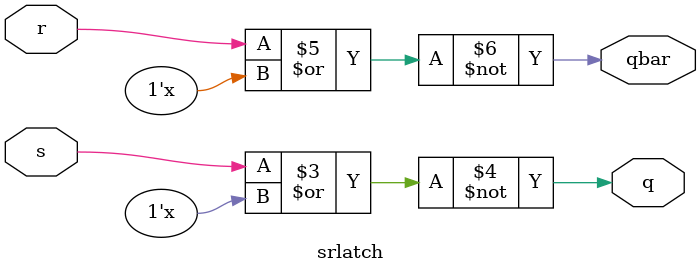
<source format=v>
module srlatch(s,r,q,qbar);
input s,r;
output reg q,qbar;
always @(s,r)
begin
qbar=~q;
q<=~(s|qbar);
qbar<=~(r|q);
end
endmodule

</source>
